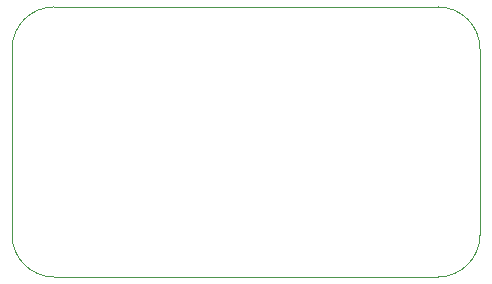
<source format=gbr>
%TF.GenerationSoftware,KiCad,Pcbnew,9.0.3-9.0.3-0~ubuntu22.04.1*%
%TF.CreationDate,2025-07-27T07:15:49-07:00*%
%TF.ProjectId,mixer-main,6d697865-722d-46d6-9169-6e2e6b696361,rev?*%
%TF.SameCoordinates,Original*%
%TF.FileFunction,Profile,NP*%
%FSLAX46Y46*%
G04 Gerber Fmt 4.6, Leading zero omitted, Abs format (unit mm)*
G04 Created by KiCad (PCBNEW 9.0.3-9.0.3-0~ubuntu22.04.1) date 2025-07-27 07:15:49*
%MOMM*%
%LPD*%
G01*
G04 APERTURE LIST*
%TA.AperFunction,Profile*%
%ADD10C,0.050000*%
%TD*%
G04 APERTURE END LIST*
D10*
X122428000Y-74676000D02*
G75*
G02*
X125984000Y-71120000I3556000J0D01*
G01*
X158496000Y-71120000D02*
G75*
G02*
X162052000Y-74676000I0J-3556000D01*
G01*
X162052000Y-74676000D02*
X162052000Y-90424000D01*
X158496000Y-71120000D02*
X125984000Y-71120000D01*
X162052000Y-90424000D02*
G75*
G02*
X158496000Y-93980000I-3556000J0D01*
G01*
X125984000Y-93980000D02*
X158496000Y-93980000D01*
X122428000Y-90424000D02*
X122428000Y-74676000D01*
X125984000Y-93980000D02*
G75*
G02*
X122428000Y-90424000I0J3556000D01*
G01*
M02*

</source>
